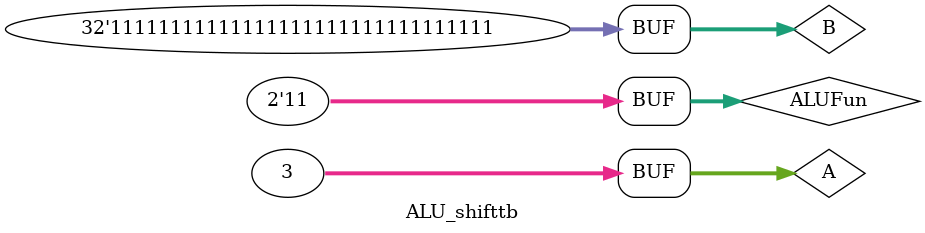
<source format=v>
`timescale 1ns / 1ps
module ALU_shifttb;
wire[31:0]S;
reg[31:0]A,B;
reg[1:0]ALUFun;
initial
begin
A<=32'd3;
B<=32'b1111_1111_1111_1111_1111_1111_1111_1111;
ALUFun<=2'b11;
end
ALU_shift x4(S,A,B,ALUFun);
endmodule

</source>
